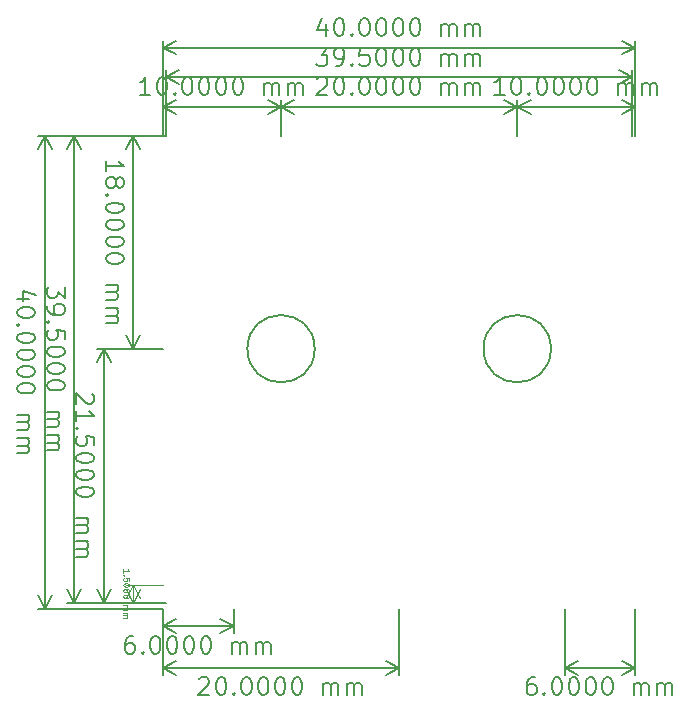
<source format=gbr>
%TF.GenerationSoftware,KiCad,Pcbnew,5.99.0-unknown-652a59b78~104~ubuntu20.04.1*%
%TF.CreationDate,2020-09-21T15:47:38+02:00*%
%TF.ProjectId,LEDBoard_4x4_16bit,4c454442-6f61-4726-945f-3478345f3136,4.0.0*%
%TF.SameCoordinates,Original*%
%TF.FileFunction,Other,Comment*%
%FSLAX46Y46*%
G04 Gerber Fmt 4.6, Leading zero omitted, Abs format (unit mm)*
G04 Created by KiCad (PCBNEW 5.99.0-unknown-652a59b78~104~ubuntu20.04.1) date 2020-09-21 15:47:38*
%MOMM*%
%LPD*%
G01*
G04 APERTURE LIST*
%ADD10C,0.150000*%
%ADD11C,0.125000*%
G04 APERTURE END LIST*
D10*
X78928571Y-46528571D02*
X78071428Y-46528571D01*
X78500000Y-46528571D02*
X78500000Y-45028571D01*
X78357142Y-45242857D01*
X78214285Y-45385714D01*
X78071428Y-45457142D01*
X79857142Y-45028571D02*
X80000000Y-45028571D01*
X80142857Y-45100000D01*
X80214285Y-45171428D01*
X80285714Y-45314285D01*
X80357142Y-45600000D01*
X80357142Y-45957142D01*
X80285714Y-46242857D01*
X80214285Y-46385714D01*
X80142857Y-46457142D01*
X80000000Y-46528571D01*
X79857142Y-46528571D01*
X79714285Y-46457142D01*
X79642857Y-46385714D01*
X79571428Y-46242857D01*
X79500000Y-45957142D01*
X79500000Y-45600000D01*
X79571428Y-45314285D01*
X79642857Y-45171428D01*
X79714285Y-45100000D01*
X79857142Y-45028571D01*
X81000000Y-46385714D02*
X81071428Y-46457142D01*
X81000000Y-46528571D01*
X80928571Y-46457142D01*
X81000000Y-46385714D01*
X81000000Y-46528571D01*
X82000000Y-45028571D02*
X82142857Y-45028571D01*
X82285714Y-45100000D01*
X82357142Y-45171428D01*
X82428571Y-45314285D01*
X82500000Y-45600000D01*
X82500000Y-45957142D01*
X82428571Y-46242857D01*
X82357142Y-46385714D01*
X82285714Y-46457142D01*
X82142857Y-46528571D01*
X82000000Y-46528571D01*
X81857142Y-46457142D01*
X81785714Y-46385714D01*
X81714285Y-46242857D01*
X81642857Y-45957142D01*
X81642857Y-45600000D01*
X81714285Y-45314285D01*
X81785714Y-45171428D01*
X81857142Y-45100000D01*
X82000000Y-45028571D01*
X83428571Y-45028571D02*
X83571428Y-45028571D01*
X83714285Y-45100000D01*
X83785714Y-45171428D01*
X83857142Y-45314285D01*
X83928571Y-45600000D01*
X83928571Y-45957142D01*
X83857142Y-46242857D01*
X83785714Y-46385714D01*
X83714285Y-46457142D01*
X83571428Y-46528571D01*
X83428571Y-46528571D01*
X83285714Y-46457142D01*
X83214285Y-46385714D01*
X83142857Y-46242857D01*
X83071428Y-45957142D01*
X83071428Y-45600000D01*
X83142857Y-45314285D01*
X83214285Y-45171428D01*
X83285714Y-45100000D01*
X83428571Y-45028571D01*
X84857142Y-45028571D02*
X85000000Y-45028571D01*
X85142857Y-45100000D01*
X85214285Y-45171428D01*
X85285714Y-45314285D01*
X85357142Y-45600000D01*
X85357142Y-45957142D01*
X85285714Y-46242857D01*
X85214285Y-46385714D01*
X85142857Y-46457142D01*
X85000000Y-46528571D01*
X84857142Y-46528571D01*
X84714285Y-46457142D01*
X84642857Y-46385714D01*
X84571428Y-46242857D01*
X84500000Y-45957142D01*
X84500000Y-45600000D01*
X84571428Y-45314285D01*
X84642857Y-45171428D01*
X84714285Y-45100000D01*
X84857142Y-45028571D01*
X86285714Y-45028571D02*
X86428571Y-45028571D01*
X86571428Y-45100000D01*
X86642857Y-45171428D01*
X86714285Y-45314285D01*
X86785714Y-45600000D01*
X86785714Y-45957142D01*
X86714285Y-46242857D01*
X86642857Y-46385714D01*
X86571428Y-46457142D01*
X86428571Y-46528571D01*
X86285714Y-46528571D01*
X86142857Y-46457142D01*
X86071428Y-46385714D01*
X86000000Y-46242857D01*
X85928571Y-45957142D01*
X85928571Y-45600000D01*
X86000000Y-45314285D01*
X86071428Y-45171428D01*
X86142857Y-45100000D01*
X86285714Y-45028571D01*
X88571428Y-46528571D02*
X88571428Y-45528571D01*
X88571428Y-45671428D02*
X88642857Y-45600000D01*
X88785714Y-45528571D01*
X89000000Y-45528571D01*
X89142857Y-45600000D01*
X89214285Y-45742857D01*
X89214285Y-46528571D01*
X89214285Y-45742857D02*
X89285714Y-45600000D01*
X89428571Y-45528571D01*
X89642857Y-45528571D01*
X89785714Y-45600000D01*
X89857142Y-45742857D01*
X89857142Y-46528571D01*
X90571428Y-46528571D02*
X90571428Y-45528571D01*
X90571428Y-45671428D02*
X90642857Y-45600000D01*
X90785714Y-45528571D01*
X91000000Y-45528571D01*
X91142857Y-45600000D01*
X91214285Y-45742857D01*
X91214285Y-46528571D01*
X91214285Y-45742857D02*
X91285714Y-45600000D01*
X91428571Y-45528571D01*
X91642857Y-45528571D01*
X91785714Y-45600000D01*
X91857142Y-45742857D01*
X91857142Y-46528571D01*
X90000000Y-50000000D02*
X90000000Y-46913580D01*
X80000000Y-50000000D02*
X80000000Y-46913580D01*
X90000000Y-47500000D02*
X80000000Y-47500000D01*
X90000000Y-47500000D02*
X80000000Y-47500000D01*
X90000000Y-47500000D02*
X88873497Y-46913580D01*
X90000000Y-47500000D02*
X88873497Y-48086420D01*
X80000000Y-47500000D02*
X81126503Y-48086420D01*
X80000000Y-47500000D02*
X81126503Y-46913580D01*
D11*
X46648809Y-86964285D02*
X46648809Y-86678571D01*
X46648809Y-86821428D02*
X47148809Y-86821428D01*
X47077380Y-86773809D01*
X47029761Y-86726190D01*
X47005952Y-86678571D01*
X46696428Y-87178571D02*
X46672619Y-87202380D01*
X46648809Y-87178571D01*
X46672619Y-87154761D01*
X46696428Y-87178571D01*
X46648809Y-87178571D01*
X47148809Y-87654761D02*
X47148809Y-87416666D01*
X46910714Y-87392857D01*
X46934523Y-87416666D01*
X46958333Y-87464285D01*
X46958333Y-87583333D01*
X46934523Y-87630952D01*
X46910714Y-87654761D01*
X46863095Y-87678571D01*
X46744047Y-87678571D01*
X46696428Y-87654761D01*
X46672619Y-87630952D01*
X46648809Y-87583333D01*
X46648809Y-87464285D01*
X46672619Y-87416666D01*
X46696428Y-87392857D01*
X47148809Y-87988095D02*
X47148809Y-88035714D01*
X47125000Y-88083333D01*
X47101190Y-88107142D01*
X47053571Y-88130952D01*
X46958333Y-88154761D01*
X46839285Y-88154761D01*
X46744047Y-88130952D01*
X46696428Y-88107142D01*
X46672619Y-88083333D01*
X46648809Y-88035714D01*
X46648809Y-87988095D01*
X46672619Y-87940476D01*
X46696428Y-87916666D01*
X46744047Y-87892857D01*
X46839285Y-87869047D01*
X46958333Y-87869047D01*
X47053571Y-87892857D01*
X47101190Y-87916666D01*
X47125000Y-87940476D01*
X47148809Y-87988095D01*
X47148809Y-88464285D02*
X47148809Y-88511904D01*
X47125000Y-88559523D01*
X47101190Y-88583333D01*
X47053571Y-88607142D01*
X46958333Y-88630952D01*
X46839285Y-88630952D01*
X46744047Y-88607142D01*
X46696428Y-88583333D01*
X46672619Y-88559523D01*
X46648809Y-88511904D01*
X46648809Y-88464285D01*
X46672619Y-88416666D01*
X46696428Y-88392857D01*
X46744047Y-88369047D01*
X46839285Y-88345238D01*
X46958333Y-88345238D01*
X47053571Y-88369047D01*
X47101190Y-88392857D01*
X47125000Y-88416666D01*
X47148809Y-88464285D01*
X47148809Y-88940476D02*
X47148809Y-88988095D01*
X47125000Y-89035714D01*
X47101190Y-89059523D01*
X47053571Y-89083333D01*
X46958333Y-89107142D01*
X46839285Y-89107142D01*
X46744047Y-89083333D01*
X46696428Y-89059523D01*
X46672619Y-89035714D01*
X46648809Y-88988095D01*
X46648809Y-88940476D01*
X46672619Y-88892857D01*
X46696428Y-88869047D01*
X46744047Y-88845238D01*
X46839285Y-88821428D01*
X46958333Y-88821428D01*
X47053571Y-88845238D01*
X47101190Y-88869047D01*
X47125000Y-88892857D01*
X47148809Y-88940476D01*
X46648809Y-89702380D02*
X46982142Y-89702380D01*
X46934523Y-89702380D02*
X46958333Y-89726190D01*
X46982142Y-89773809D01*
X46982142Y-89845238D01*
X46958333Y-89892857D01*
X46910714Y-89916666D01*
X46648809Y-89916666D01*
X46910714Y-89916666D02*
X46958333Y-89940476D01*
X46982142Y-89988095D01*
X46982142Y-90059523D01*
X46958333Y-90107142D01*
X46910714Y-90130952D01*
X46648809Y-90130952D01*
X46648809Y-90369047D02*
X46982142Y-90369047D01*
X46934523Y-90369047D02*
X46958333Y-90392857D01*
X46982142Y-90440476D01*
X46982142Y-90511904D01*
X46958333Y-90559523D01*
X46910714Y-90583333D01*
X46648809Y-90583333D01*
X46910714Y-90583333D02*
X46958333Y-90607142D01*
X46982142Y-90654761D01*
X46982142Y-90726190D01*
X46958333Y-90773809D01*
X46910714Y-90797619D01*
X46648809Y-90797619D01*
X50000000Y-88000000D02*
X46913580Y-88000000D01*
X50000000Y-89500000D02*
X46913580Y-89500000D01*
X47500000Y-88000000D02*
X47500000Y-89500000D01*
X47500000Y-88000000D02*
X47500000Y-89500000D01*
X47500000Y-88000000D02*
X46913580Y-89126503D01*
X47500000Y-88000000D02*
X48086420Y-89126503D01*
X47500000Y-89500000D02*
X48086420Y-88373497D01*
X47500000Y-89500000D02*
X46913580Y-88373497D01*
D10*
X63000000Y-42528571D02*
X63928571Y-42528571D01*
X63428571Y-43100000D01*
X63642857Y-43100000D01*
X63785714Y-43171428D01*
X63857142Y-43242857D01*
X63928571Y-43385714D01*
X63928571Y-43742857D01*
X63857142Y-43885714D01*
X63785714Y-43957142D01*
X63642857Y-44028571D01*
X63214285Y-44028571D01*
X63071428Y-43957142D01*
X63000000Y-43885714D01*
X64642857Y-44028571D02*
X64928571Y-44028571D01*
X65071428Y-43957142D01*
X65142857Y-43885714D01*
X65285714Y-43671428D01*
X65357142Y-43385714D01*
X65357142Y-42814285D01*
X65285714Y-42671428D01*
X65214285Y-42600000D01*
X65071428Y-42528571D01*
X64785714Y-42528571D01*
X64642857Y-42600000D01*
X64571428Y-42671428D01*
X64500000Y-42814285D01*
X64500000Y-43171428D01*
X64571428Y-43314285D01*
X64642857Y-43385714D01*
X64785714Y-43457142D01*
X65071428Y-43457142D01*
X65214285Y-43385714D01*
X65285714Y-43314285D01*
X65357142Y-43171428D01*
X66000000Y-43885714D02*
X66071428Y-43957142D01*
X66000000Y-44028571D01*
X65928571Y-43957142D01*
X66000000Y-43885714D01*
X66000000Y-44028571D01*
X67428571Y-42528571D02*
X66714285Y-42528571D01*
X66642857Y-43242857D01*
X66714285Y-43171428D01*
X66857142Y-43100000D01*
X67214285Y-43100000D01*
X67357142Y-43171428D01*
X67428571Y-43242857D01*
X67500000Y-43385714D01*
X67500000Y-43742857D01*
X67428571Y-43885714D01*
X67357142Y-43957142D01*
X67214285Y-44028571D01*
X66857142Y-44028571D01*
X66714285Y-43957142D01*
X66642857Y-43885714D01*
X68428571Y-42528571D02*
X68571428Y-42528571D01*
X68714285Y-42600000D01*
X68785714Y-42671428D01*
X68857142Y-42814285D01*
X68928571Y-43100000D01*
X68928571Y-43457142D01*
X68857142Y-43742857D01*
X68785714Y-43885714D01*
X68714285Y-43957142D01*
X68571428Y-44028571D01*
X68428571Y-44028571D01*
X68285714Y-43957142D01*
X68214285Y-43885714D01*
X68142857Y-43742857D01*
X68071428Y-43457142D01*
X68071428Y-43100000D01*
X68142857Y-42814285D01*
X68214285Y-42671428D01*
X68285714Y-42600000D01*
X68428571Y-42528571D01*
X69857142Y-42528571D02*
X70000000Y-42528571D01*
X70142857Y-42600000D01*
X70214285Y-42671428D01*
X70285714Y-42814285D01*
X70357142Y-43100000D01*
X70357142Y-43457142D01*
X70285714Y-43742857D01*
X70214285Y-43885714D01*
X70142857Y-43957142D01*
X70000000Y-44028571D01*
X69857142Y-44028571D01*
X69714285Y-43957142D01*
X69642857Y-43885714D01*
X69571428Y-43742857D01*
X69500000Y-43457142D01*
X69500000Y-43100000D01*
X69571428Y-42814285D01*
X69642857Y-42671428D01*
X69714285Y-42600000D01*
X69857142Y-42528571D01*
X71285714Y-42528571D02*
X71428571Y-42528571D01*
X71571428Y-42600000D01*
X71642857Y-42671428D01*
X71714285Y-42814285D01*
X71785714Y-43100000D01*
X71785714Y-43457142D01*
X71714285Y-43742857D01*
X71642857Y-43885714D01*
X71571428Y-43957142D01*
X71428571Y-44028571D01*
X71285714Y-44028571D01*
X71142857Y-43957142D01*
X71071428Y-43885714D01*
X71000000Y-43742857D01*
X70928571Y-43457142D01*
X70928571Y-43100000D01*
X71000000Y-42814285D01*
X71071428Y-42671428D01*
X71142857Y-42600000D01*
X71285714Y-42528571D01*
X73571428Y-44028571D02*
X73571428Y-43028571D01*
X73571428Y-43171428D02*
X73642857Y-43100000D01*
X73785714Y-43028571D01*
X74000000Y-43028571D01*
X74142857Y-43100000D01*
X74214285Y-43242857D01*
X74214285Y-44028571D01*
X74214285Y-43242857D02*
X74285714Y-43100000D01*
X74428571Y-43028571D01*
X74642857Y-43028571D01*
X74785714Y-43100000D01*
X74857142Y-43242857D01*
X74857142Y-44028571D01*
X75571428Y-44028571D02*
X75571428Y-43028571D01*
X75571428Y-43171428D02*
X75642857Y-43100000D01*
X75785714Y-43028571D01*
X76000000Y-43028571D01*
X76142857Y-43100000D01*
X76214285Y-43242857D01*
X76214285Y-44028571D01*
X76214285Y-43242857D02*
X76285714Y-43100000D01*
X76428571Y-43028571D01*
X76642857Y-43028571D01*
X76785714Y-43100000D01*
X76857142Y-43242857D01*
X76857142Y-44028571D01*
X89750000Y-50000000D02*
X89750000Y-44413580D01*
X50250000Y-50000000D02*
X50250000Y-44413580D01*
X89750000Y-45000000D02*
X50250000Y-45000000D01*
X89750000Y-45000000D02*
X50250000Y-45000000D01*
X89750000Y-45000000D02*
X88623497Y-44413580D01*
X89750000Y-45000000D02*
X88623497Y-45586420D01*
X50250000Y-45000000D02*
X51376503Y-45586420D01*
X50250000Y-45000000D02*
X51376503Y-44413580D01*
X53071428Y-95971428D02*
X53142857Y-95900000D01*
X53285714Y-95828571D01*
X53642857Y-95828571D01*
X53785714Y-95900000D01*
X53857142Y-95971428D01*
X53928571Y-96114285D01*
X53928571Y-96257142D01*
X53857142Y-96471428D01*
X53000000Y-97328571D01*
X53928571Y-97328571D01*
X54857142Y-95828571D02*
X55000000Y-95828571D01*
X55142857Y-95900000D01*
X55214285Y-95971428D01*
X55285714Y-96114285D01*
X55357142Y-96400000D01*
X55357142Y-96757142D01*
X55285714Y-97042857D01*
X55214285Y-97185714D01*
X55142857Y-97257142D01*
X55000000Y-97328571D01*
X54857142Y-97328571D01*
X54714285Y-97257142D01*
X54642857Y-97185714D01*
X54571428Y-97042857D01*
X54500000Y-96757142D01*
X54500000Y-96400000D01*
X54571428Y-96114285D01*
X54642857Y-95971428D01*
X54714285Y-95900000D01*
X54857142Y-95828571D01*
X56000000Y-97185714D02*
X56071428Y-97257142D01*
X56000000Y-97328571D01*
X55928571Y-97257142D01*
X56000000Y-97185714D01*
X56000000Y-97328571D01*
X57000000Y-95828571D02*
X57142857Y-95828571D01*
X57285714Y-95900000D01*
X57357142Y-95971428D01*
X57428571Y-96114285D01*
X57500000Y-96400000D01*
X57500000Y-96757142D01*
X57428571Y-97042857D01*
X57357142Y-97185714D01*
X57285714Y-97257142D01*
X57142857Y-97328571D01*
X57000000Y-97328571D01*
X56857142Y-97257142D01*
X56785714Y-97185714D01*
X56714285Y-97042857D01*
X56642857Y-96757142D01*
X56642857Y-96400000D01*
X56714285Y-96114285D01*
X56785714Y-95971428D01*
X56857142Y-95900000D01*
X57000000Y-95828571D01*
X58428571Y-95828571D02*
X58571428Y-95828571D01*
X58714285Y-95900000D01*
X58785714Y-95971428D01*
X58857142Y-96114285D01*
X58928571Y-96400000D01*
X58928571Y-96757142D01*
X58857142Y-97042857D01*
X58785714Y-97185714D01*
X58714285Y-97257142D01*
X58571428Y-97328571D01*
X58428571Y-97328571D01*
X58285714Y-97257142D01*
X58214285Y-97185714D01*
X58142857Y-97042857D01*
X58071428Y-96757142D01*
X58071428Y-96400000D01*
X58142857Y-96114285D01*
X58214285Y-95971428D01*
X58285714Y-95900000D01*
X58428571Y-95828571D01*
X59857142Y-95828571D02*
X60000000Y-95828571D01*
X60142857Y-95900000D01*
X60214285Y-95971428D01*
X60285714Y-96114285D01*
X60357142Y-96400000D01*
X60357142Y-96757142D01*
X60285714Y-97042857D01*
X60214285Y-97185714D01*
X60142857Y-97257142D01*
X60000000Y-97328571D01*
X59857142Y-97328571D01*
X59714285Y-97257142D01*
X59642857Y-97185714D01*
X59571428Y-97042857D01*
X59500000Y-96757142D01*
X59500000Y-96400000D01*
X59571428Y-96114285D01*
X59642857Y-95971428D01*
X59714285Y-95900000D01*
X59857142Y-95828571D01*
X61285714Y-95828571D02*
X61428571Y-95828571D01*
X61571428Y-95900000D01*
X61642857Y-95971428D01*
X61714285Y-96114285D01*
X61785714Y-96400000D01*
X61785714Y-96757142D01*
X61714285Y-97042857D01*
X61642857Y-97185714D01*
X61571428Y-97257142D01*
X61428571Y-97328571D01*
X61285714Y-97328571D01*
X61142857Y-97257142D01*
X61071428Y-97185714D01*
X61000000Y-97042857D01*
X60928571Y-96757142D01*
X60928571Y-96400000D01*
X61000000Y-96114285D01*
X61071428Y-95971428D01*
X61142857Y-95900000D01*
X61285714Y-95828571D01*
X63571428Y-97328571D02*
X63571428Y-96328571D01*
X63571428Y-96471428D02*
X63642857Y-96400000D01*
X63785714Y-96328571D01*
X63999999Y-96328571D01*
X64142857Y-96400000D01*
X64214285Y-96542857D01*
X64214285Y-97328571D01*
X64214285Y-96542857D02*
X64285714Y-96400000D01*
X64428571Y-96328571D01*
X64642857Y-96328571D01*
X64785714Y-96400000D01*
X64857142Y-96542857D01*
X64857142Y-97328571D01*
X65571428Y-97328571D02*
X65571428Y-96328571D01*
X65571428Y-96471428D02*
X65642857Y-96400000D01*
X65785714Y-96328571D01*
X65999999Y-96328571D01*
X66142857Y-96400000D01*
X66214285Y-96542857D01*
X66214285Y-97328571D01*
X66214285Y-96542857D02*
X66285714Y-96400000D01*
X66428571Y-96328571D01*
X66642857Y-96328571D01*
X66785714Y-96400000D01*
X66857142Y-96542857D01*
X66857142Y-97328571D01*
X70000000Y-90000000D02*
X70000000Y-95586420D01*
X50000000Y-90000000D02*
X50000000Y-95586420D01*
X70000000Y-95000000D02*
X50000000Y-95000000D01*
X70000000Y-95000000D02*
X50000000Y-95000000D01*
X70000000Y-95000000D02*
X68873497Y-94413580D01*
X70000000Y-95000000D02*
X68873497Y-95586420D01*
X50000000Y-95000000D02*
X51126503Y-95586420D01*
X50000000Y-95000000D02*
X51126503Y-94413580D01*
X81500000Y-95828571D02*
X81214285Y-95828571D01*
X81071428Y-95900000D01*
X81000000Y-95971428D01*
X80857142Y-96185714D01*
X80785714Y-96471428D01*
X80785714Y-97042857D01*
X80857142Y-97185714D01*
X80928571Y-97257142D01*
X81071428Y-97328571D01*
X81357142Y-97328571D01*
X81500000Y-97257142D01*
X81571428Y-97185714D01*
X81642857Y-97042857D01*
X81642857Y-96685714D01*
X81571428Y-96542857D01*
X81500000Y-96471428D01*
X81357142Y-96400000D01*
X81071428Y-96400000D01*
X80928571Y-96471428D01*
X80857142Y-96542857D01*
X80785714Y-96685714D01*
X82285714Y-97185714D02*
X82357142Y-97257142D01*
X82285714Y-97328571D01*
X82214285Y-97257142D01*
X82285714Y-97185714D01*
X82285714Y-97328571D01*
X83285714Y-95828571D02*
X83428571Y-95828571D01*
X83571428Y-95900000D01*
X83642857Y-95971428D01*
X83714285Y-96114285D01*
X83785714Y-96400000D01*
X83785714Y-96757142D01*
X83714285Y-97042857D01*
X83642857Y-97185714D01*
X83571428Y-97257142D01*
X83428571Y-97328571D01*
X83285714Y-97328571D01*
X83142857Y-97257142D01*
X83071428Y-97185714D01*
X83000000Y-97042857D01*
X82928571Y-96757142D01*
X82928571Y-96400000D01*
X83000000Y-96114285D01*
X83071428Y-95971428D01*
X83142857Y-95900000D01*
X83285714Y-95828571D01*
X84714285Y-95828571D02*
X84857142Y-95828571D01*
X85000000Y-95900000D01*
X85071428Y-95971428D01*
X85142857Y-96114285D01*
X85214285Y-96400000D01*
X85214285Y-96757142D01*
X85142857Y-97042857D01*
X85071428Y-97185714D01*
X85000000Y-97257142D01*
X84857142Y-97328571D01*
X84714285Y-97328571D01*
X84571428Y-97257142D01*
X84500000Y-97185714D01*
X84428571Y-97042857D01*
X84357142Y-96757142D01*
X84357142Y-96400000D01*
X84428571Y-96114285D01*
X84500000Y-95971428D01*
X84571428Y-95900000D01*
X84714285Y-95828571D01*
X86142857Y-95828571D02*
X86285714Y-95828571D01*
X86428571Y-95900000D01*
X86500000Y-95971428D01*
X86571428Y-96114285D01*
X86642857Y-96400000D01*
X86642857Y-96757142D01*
X86571428Y-97042857D01*
X86500000Y-97185714D01*
X86428571Y-97257142D01*
X86285714Y-97328571D01*
X86142857Y-97328571D01*
X86000000Y-97257142D01*
X85928571Y-97185714D01*
X85857142Y-97042857D01*
X85785714Y-96757142D01*
X85785714Y-96400000D01*
X85857142Y-96114285D01*
X85928571Y-95971428D01*
X86000000Y-95900000D01*
X86142857Y-95828571D01*
X87571428Y-95828571D02*
X87714285Y-95828571D01*
X87857142Y-95900000D01*
X87928571Y-95971428D01*
X88000000Y-96114285D01*
X88071428Y-96400000D01*
X88071428Y-96757142D01*
X88000000Y-97042857D01*
X87928571Y-97185714D01*
X87857142Y-97257142D01*
X87714285Y-97328571D01*
X87571428Y-97328571D01*
X87428571Y-97257142D01*
X87357142Y-97185714D01*
X87285714Y-97042857D01*
X87214285Y-96757142D01*
X87214285Y-96400000D01*
X87285714Y-96114285D01*
X87357142Y-95971428D01*
X87428571Y-95900000D01*
X87571428Y-95828571D01*
X89857142Y-97328571D02*
X89857142Y-96328571D01*
X89857142Y-96471428D02*
X89928571Y-96400000D01*
X90071428Y-96328571D01*
X90285714Y-96328571D01*
X90428571Y-96400000D01*
X90500000Y-96542857D01*
X90500000Y-97328571D01*
X90500000Y-96542857D02*
X90571428Y-96400000D01*
X90714285Y-96328571D01*
X90928571Y-96328571D01*
X91071428Y-96400000D01*
X91142857Y-96542857D01*
X91142857Y-97328571D01*
X91857142Y-97328571D02*
X91857142Y-96328571D01*
X91857142Y-96471428D02*
X91928571Y-96400000D01*
X92071428Y-96328571D01*
X92285714Y-96328571D01*
X92428571Y-96400000D01*
X92500000Y-96542857D01*
X92500000Y-97328571D01*
X92500000Y-96542857D02*
X92571428Y-96400000D01*
X92714285Y-96328571D01*
X92928571Y-96328571D01*
X93071428Y-96400000D01*
X93142857Y-96542857D01*
X93142857Y-97328571D01*
X90000000Y-90000000D02*
X90000000Y-95586420D01*
X84000000Y-90000000D02*
X84000000Y-95586420D01*
X90000000Y-95000000D02*
X84000000Y-95000000D01*
X90000000Y-95000000D02*
X84000000Y-95000000D01*
X90000000Y-95000000D02*
X88873497Y-94413580D01*
X90000000Y-95000000D02*
X88873497Y-95586420D01*
X84000000Y-95000000D02*
X85126503Y-95586420D01*
X84000000Y-95000000D02*
X85126503Y-94413580D01*
X38671428Y-63785714D02*
X37671428Y-63785714D01*
X39242857Y-63428571D02*
X38171428Y-63071428D01*
X38171428Y-64000000D01*
X39171428Y-64857142D02*
X39171428Y-65000000D01*
X39100000Y-65142857D01*
X39028571Y-65214285D01*
X38885714Y-65285714D01*
X38600000Y-65357142D01*
X38242857Y-65357142D01*
X37957142Y-65285714D01*
X37814285Y-65214285D01*
X37742857Y-65142857D01*
X37671428Y-65000000D01*
X37671428Y-64857142D01*
X37742857Y-64714285D01*
X37814285Y-64642857D01*
X37957142Y-64571428D01*
X38242857Y-64500000D01*
X38600000Y-64500000D01*
X38885714Y-64571428D01*
X39028571Y-64642857D01*
X39100000Y-64714285D01*
X39171428Y-64857142D01*
X37814285Y-66000000D02*
X37742857Y-66071428D01*
X37671428Y-66000000D01*
X37742857Y-65928571D01*
X37814285Y-66000000D01*
X37671428Y-66000000D01*
X39171428Y-67000000D02*
X39171428Y-67142857D01*
X39100000Y-67285714D01*
X39028571Y-67357142D01*
X38885714Y-67428571D01*
X38600000Y-67500000D01*
X38242857Y-67500000D01*
X37957142Y-67428571D01*
X37814285Y-67357142D01*
X37742857Y-67285714D01*
X37671428Y-67142857D01*
X37671428Y-67000000D01*
X37742857Y-66857142D01*
X37814285Y-66785714D01*
X37957142Y-66714285D01*
X38242857Y-66642857D01*
X38600000Y-66642857D01*
X38885714Y-66714285D01*
X39028571Y-66785714D01*
X39100000Y-66857142D01*
X39171428Y-67000000D01*
X39171428Y-68428571D02*
X39171428Y-68571428D01*
X39100000Y-68714285D01*
X39028571Y-68785714D01*
X38885714Y-68857142D01*
X38600000Y-68928571D01*
X38242857Y-68928571D01*
X37957142Y-68857142D01*
X37814285Y-68785714D01*
X37742857Y-68714285D01*
X37671428Y-68571428D01*
X37671428Y-68428571D01*
X37742857Y-68285714D01*
X37814285Y-68214285D01*
X37957142Y-68142857D01*
X38242857Y-68071428D01*
X38600000Y-68071428D01*
X38885714Y-68142857D01*
X39028571Y-68214285D01*
X39100000Y-68285714D01*
X39171428Y-68428571D01*
X39171428Y-69857142D02*
X39171428Y-70000000D01*
X39100000Y-70142857D01*
X39028571Y-70214285D01*
X38885714Y-70285714D01*
X38600000Y-70357142D01*
X38242857Y-70357142D01*
X37957142Y-70285714D01*
X37814285Y-70214285D01*
X37742857Y-70142857D01*
X37671428Y-70000000D01*
X37671428Y-69857142D01*
X37742857Y-69714285D01*
X37814285Y-69642857D01*
X37957142Y-69571428D01*
X38242857Y-69500000D01*
X38600000Y-69500000D01*
X38885714Y-69571428D01*
X39028571Y-69642857D01*
X39100000Y-69714285D01*
X39171428Y-69857142D01*
X39171428Y-71285714D02*
X39171428Y-71428571D01*
X39100000Y-71571428D01*
X39028571Y-71642857D01*
X38885714Y-71714285D01*
X38600000Y-71785714D01*
X38242857Y-71785714D01*
X37957142Y-71714285D01*
X37814285Y-71642857D01*
X37742857Y-71571428D01*
X37671428Y-71428571D01*
X37671428Y-71285714D01*
X37742857Y-71142857D01*
X37814285Y-71071428D01*
X37957142Y-71000000D01*
X38242857Y-70928571D01*
X38600000Y-70928571D01*
X38885714Y-71000000D01*
X39028571Y-71071428D01*
X39100000Y-71142857D01*
X39171428Y-71285714D01*
X37671428Y-73571428D02*
X38671428Y-73571428D01*
X38528571Y-73571428D02*
X38600000Y-73642857D01*
X38671428Y-73785714D01*
X38671428Y-74000000D01*
X38600000Y-74142857D01*
X38457142Y-74214285D01*
X37671428Y-74214285D01*
X38457142Y-74214285D02*
X38600000Y-74285714D01*
X38671428Y-74428571D01*
X38671428Y-74642857D01*
X38600000Y-74785714D01*
X38457142Y-74857142D01*
X37671428Y-74857142D01*
X37671428Y-75571428D02*
X38671428Y-75571428D01*
X38528571Y-75571428D02*
X38600000Y-75642857D01*
X38671428Y-75785714D01*
X38671428Y-76000000D01*
X38600000Y-76142857D01*
X38457142Y-76214285D01*
X37671428Y-76214285D01*
X38457142Y-76214285D02*
X38600000Y-76285714D01*
X38671428Y-76428571D01*
X38671428Y-76642857D01*
X38600000Y-76785714D01*
X38457142Y-76857142D01*
X37671428Y-76857142D01*
X50000000Y-50000000D02*
X39413580Y-50000000D01*
X50000000Y-90000000D02*
X39413580Y-90000000D01*
X40000000Y-50000000D02*
X40000000Y-90000000D01*
X40000000Y-50000000D02*
X40000000Y-90000000D01*
X40000000Y-50000000D02*
X39413580Y-51126503D01*
X40000000Y-50000000D02*
X40586420Y-51126503D01*
X40000000Y-90000000D02*
X40586420Y-88873497D01*
X40000000Y-90000000D02*
X39413580Y-88873497D01*
X41671428Y-62750000D02*
X41671428Y-63678571D01*
X41100000Y-63178571D01*
X41100000Y-63392857D01*
X41028571Y-63535714D01*
X40957142Y-63607142D01*
X40814285Y-63678571D01*
X40457142Y-63678571D01*
X40314285Y-63607142D01*
X40242857Y-63535714D01*
X40171428Y-63392857D01*
X40171428Y-62964285D01*
X40242857Y-62821428D01*
X40314285Y-62750000D01*
X40171428Y-64392857D02*
X40171428Y-64678571D01*
X40242857Y-64821428D01*
X40314285Y-64892857D01*
X40528571Y-65035714D01*
X40814285Y-65107142D01*
X41385714Y-65107142D01*
X41528571Y-65035714D01*
X41600000Y-64964285D01*
X41671428Y-64821428D01*
X41671428Y-64535714D01*
X41600000Y-64392857D01*
X41528571Y-64321428D01*
X41385714Y-64250000D01*
X41028571Y-64250000D01*
X40885714Y-64321428D01*
X40814285Y-64392857D01*
X40742857Y-64535714D01*
X40742857Y-64821428D01*
X40814285Y-64964285D01*
X40885714Y-65035714D01*
X41028571Y-65107142D01*
X40314285Y-65750000D02*
X40242857Y-65821428D01*
X40171428Y-65750000D01*
X40242857Y-65678571D01*
X40314285Y-65750000D01*
X40171428Y-65750000D01*
X41671428Y-67178571D02*
X41671428Y-66464285D01*
X40957142Y-66392857D01*
X41028571Y-66464285D01*
X41100000Y-66607142D01*
X41100000Y-66964285D01*
X41028571Y-67107142D01*
X40957142Y-67178571D01*
X40814285Y-67250000D01*
X40457142Y-67250000D01*
X40314285Y-67178571D01*
X40242857Y-67107142D01*
X40171428Y-66964285D01*
X40171428Y-66607142D01*
X40242857Y-66464285D01*
X40314285Y-66392857D01*
X41671428Y-68178571D02*
X41671428Y-68321428D01*
X41600000Y-68464285D01*
X41528571Y-68535714D01*
X41385714Y-68607142D01*
X41100000Y-68678571D01*
X40742857Y-68678571D01*
X40457142Y-68607142D01*
X40314285Y-68535714D01*
X40242857Y-68464285D01*
X40171428Y-68321428D01*
X40171428Y-68178571D01*
X40242857Y-68035714D01*
X40314285Y-67964285D01*
X40457142Y-67892857D01*
X40742857Y-67821428D01*
X41100000Y-67821428D01*
X41385714Y-67892857D01*
X41528571Y-67964285D01*
X41600000Y-68035714D01*
X41671428Y-68178571D01*
X41671428Y-69607142D02*
X41671428Y-69750000D01*
X41600000Y-69892857D01*
X41528571Y-69964285D01*
X41385714Y-70035714D01*
X41100000Y-70107142D01*
X40742857Y-70107142D01*
X40457142Y-70035714D01*
X40314285Y-69964285D01*
X40242857Y-69892857D01*
X40171428Y-69750000D01*
X40171428Y-69607142D01*
X40242857Y-69464285D01*
X40314285Y-69392857D01*
X40457142Y-69321428D01*
X40742857Y-69250000D01*
X41100000Y-69250000D01*
X41385714Y-69321428D01*
X41528571Y-69392857D01*
X41600000Y-69464285D01*
X41671428Y-69607142D01*
X41671428Y-71035714D02*
X41671428Y-71178571D01*
X41600000Y-71321428D01*
X41528571Y-71392857D01*
X41385714Y-71464285D01*
X41100000Y-71535714D01*
X40742857Y-71535714D01*
X40457142Y-71464285D01*
X40314285Y-71392857D01*
X40242857Y-71321428D01*
X40171428Y-71178571D01*
X40171428Y-71035714D01*
X40242857Y-70892857D01*
X40314285Y-70821428D01*
X40457142Y-70750000D01*
X40742857Y-70678571D01*
X41100000Y-70678571D01*
X41385714Y-70750000D01*
X41528571Y-70821428D01*
X41600000Y-70892857D01*
X41671428Y-71035714D01*
X40171428Y-73321428D02*
X41171428Y-73321428D01*
X41028571Y-73321428D02*
X41100000Y-73392857D01*
X41171428Y-73535714D01*
X41171428Y-73750000D01*
X41100000Y-73892857D01*
X40957142Y-73964285D01*
X40171428Y-73964285D01*
X40957142Y-73964285D02*
X41100000Y-74035714D01*
X41171428Y-74178571D01*
X41171428Y-74392857D01*
X41100000Y-74535714D01*
X40957142Y-74607142D01*
X40171428Y-74607142D01*
X40171428Y-75321428D02*
X41171428Y-75321428D01*
X41028571Y-75321428D02*
X41100000Y-75392857D01*
X41171428Y-75535714D01*
X41171428Y-75750000D01*
X41100000Y-75892857D01*
X40957142Y-75964285D01*
X40171428Y-75964285D01*
X40957142Y-75964285D02*
X41100000Y-76035714D01*
X41171428Y-76178571D01*
X41171428Y-76392857D01*
X41100000Y-76535714D01*
X40957142Y-76607142D01*
X40171428Y-76607142D01*
X50250000Y-50000000D02*
X41913580Y-50000000D01*
X50250000Y-89500000D02*
X41913580Y-89500000D01*
X42500000Y-50000000D02*
X42500000Y-89500000D01*
X42500000Y-50000000D02*
X42500000Y-89500000D01*
X42500000Y-50000000D02*
X41913580Y-51126503D01*
X42500000Y-50000000D02*
X43086420Y-51126503D01*
X42500000Y-89500000D02*
X43086420Y-88373497D01*
X42500000Y-89500000D02*
X41913580Y-88373497D01*
X63071428Y-45171428D02*
X63142857Y-45100000D01*
X63285714Y-45028571D01*
X63642857Y-45028571D01*
X63785714Y-45100000D01*
X63857142Y-45171428D01*
X63928571Y-45314285D01*
X63928571Y-45457142D01*
X63857142Y-45671428D01*
X63000000Y-46528571D01*
X63928571Y-46528571D01*
X64857142Y-45028571D02*
X65000000Y-45028571D01*
X65142857Y-45100000D01*
X65214285Y-45171428D01*
X65285714Y-45314285D01*
X65357142Y-45600000D01*
X65357142Y-45957142D01*
X65285714Y-46242857D01*
X65214285Y-46385714D01*
X65142857Y-46457142D01*
X65000000Y-46528571D01*
X64857142Y-46528571D01*
X64714285Y-46457142D01*
X64642857Y-46385714D01*
X64571428Y-46242857D01*
X64500000Y-45957142D01*
X64500000Y-45600000D01*
X64571428Y-45314285D01*
X64642857Y-45171428D01*
X64714285Y-45100000D01*
X64857142Y-45028571D01*
X66000000Y-46385714D02*
X66071428Y-46457142D01*
X66000000Y-46528571D01*
X65928571Y-46457142D01*
X66000000Y-46385714D01*
X66000000Y-46528571D01*
X67000000Y-45028571D02*
X67142857Y-45028571D01*
X67285714Y-45100000D01*
X67357142Y-45171428D01*
X67428571Y-45314285D01*
X67500000Y-45600000D01*
X67500000Y-45957142D01*
X67428571Y-46242857D01*
X67357142Y-46385714D01*
X67285714Y-46457142D01*
X67142857Y-46528571D01*
X67000000Y-46528571D01*
X66857142Y-46457142D01*
X66785714Y-46385714D01*
X66714285Y-46242857D01*
X66642857Y-45957142D01*
X66642857Y-45600000D01*
X66714285Y-45314285D01*
X66785714Y-45171428D01*
X66857142Y-45100000D01*
X67000000Y-45028571D01*
X68428571Y-45028571D02*
X68571428Y-45028571D01*
X68714285Y-45100000D01*
X68785714Y-45171428D01*
X68857142Y-45314285D01*
X68928571Y-45600000D01*
X68928571Y-45957142D01*
X68857142Y-46242857D01*
X68785714Y-46385714D01*
X68714285Y-46457142D01*
X68571428Y-46528571D01*
X68428571Y-46528571D01*
X68285714Y-46457142D01*
X68214285Y-46385714D01*
X68142857Y-46242857D01*
X68071428Y-45957142D01*
X68071428Y-45600000D01*
X68142857Y-45314285D01*
X68214285Y-45171428D01*
X68285714Y-45100000D01*
X68428571Y-45028571D01*
X69857142Y-45028571D02*
X70000000Y-45028571D01*
X70142857Y-45100000D01*
X70214285Y-45171428D01*
X70285714Y-45314285D01*
X70357142Y-45600000D01*
X70357142Y-45957142D01*
X70285714Y-46242857D01*
X70214285Y-46385714D01*
X70142857Y-46457142D01*
X70000000Y-46528571D01*
X69857142Y-46528571D01*
X69714285Y-46457142D01*
X69642857Y-46385714D01*
X69571428Y-46242857D01*
X69500000Y-45957142D01*
X69500000Y-45600000D01*
X69571428Y-45314285D01*
X69642857Y-45171428D01*
X69714285Y-45100000D01*
X69857142Y-45028571D01*
X71285714Y-45028571D02*
X71428571Y-45028571D01*
X71571428Y-45100000D01*
X71642857Y-45171428D01*
X71714285Y-45314285D01*
X71785714Y-45600000D01*
X71785714Y-45957142D01*
X71714285Y-46242857D01*
X71642857Y-46385714D01*
X71571428Y-46457142D01*
X71428571Y-46528571D01*
X71285714Y-46528571D01*
X71142857Y-46457142D01*
X71071428Y-46385714D01*
X71000000Y-46242857D01*
X70928571Y-45957142D01*
X70928571Y-45600000D01*
X71000000Y-45314285D01*
X71071428Y-45171428D01*
X71142857Y-45100000D01*
X71285714Y-45028571D01*
X73571428Y-46528571D02*
X73571428Y-45528571D01*
X73571428Y-45671428D02*
X73642857Y-45600000D01*
X73785714Y-45528571D01*
X74000000Y-45528571D01*
X74142857Y-45600000D01*
X74214285Y-45742857D01*
X74214285Y-46528571D01*
X74214285Y-45742857D02*
X74285714Y-45600000D01*
X74428571Y-45528571D01*
X74642857Y-45528571D01*
X74785714Y-45600000D01*
X74857142Y-45742857D01*
X74857142Y-46528571D01*
X75571428Y-46528571D02*
X75571428Y-45528571D01*
X75571428Y-45671428D02*
X75642857Y-45600000D01*
X75785714Y-45528571D01*
X76000000Y-45528571D01*
X76142857Y-45600000D01*
X76214285Y-45742857D01*
X76214285Y-46528571D01*
X76214285Y-45742857D02*
X76285714Y-45600000D01*
X76428571Y-45528571D01*
X76642857Y-45528571D01*
X76785714Y-45600000D01*
X76857142Y-45742857D01*
X76857142Y-46528571D01*
X80000000Y-50000000D02*
X80000000Y-46913580D01*
X60000000Y-50000000D02*
X60000000Y-46913580D01*
X80000000Y-47500000D02*
X60000000Y-47500000D01*
X80000000Y-47500000D02*
X60000000Y-47500000D01*
X80000000Y-47500000D02*
X78873497Y-46913580D01*
X80000000Y-47500000D02*
X78873497Y-48086420D01*
X60000000Y-47500000D02*
X61126503Y-48086420D01*
X60000000Y-47500000D02*
X61126503Y-46913580D01*
X45171428Y-52928571D02*
X45171428Y-52071428D01*
X45171428Y-52500000D02*
X46671428Y-52500000D01*
X46457142Y-52357142D01*
X46314285Y-52214285D01*
X46242857Y-52071428D01*
X46028571Y-53785714D02*
X46100000Y-53642857D01*
X46171428Y-53571428D01*
X46314285Y-53500000D01*
X46385714Y-53500000D01*
X46528571Y-53571428D01*
X46600000Y-53642857D01*
X46671428Y-53785714D01*
X46671428Y-54071428D01*
X46600000Y-54214285D01*
X46528571Y-54285714D01*
X46385714Y-54357142D01*
X46314285Y-54357142D01*
X46171428Y-54285714D01*
X46100000Y-54214285D01*
X46028571Y-54071428D01*
X46028571Y-53785714D01*
X45957142Y-53642857D01*
X45885714Y-53571428D01*
X45742857Y-53500000D01*
X45457142Y-53500000D01*
X45314285Y-53571428D01*
X45242857Y-53642857D01*
X45171428Y-53785714D01*
X45171428Y-54071428D01*
X45242857Y-54214285D01*
X45314285Y-54285714D01*
X45457142Y-54357142D01*
X45742857Y-54357142D01*
X45885714Y-54285714D01*
X45957142Y-54214285D01*
X46028571Y-54071428D01*
X45314285Y-55000000D02*
X45242857Y-55071428D01*
X45171428Y-55000000D01*
X45242857Y-54928571D01*
X45314285Y-55000000D01*
X45171428Y-55000000D01*
X46671428Y-56000000D02*
X46671428Y-56142857D01*
X46600000Y-56285714D01*
X46528571Y-56357142D01*
X46385714Y-56428571D01*
X46100000Y-56500000D01*
X45742857Y-56500000D01*
X45457142Y-56428571D01*
X45314285Y-56357142D01*
X45242857Y-56285714D01*
X45171428Y-56142857D01*
X45171428Y-56000000D01*
X45242857Y-55857142D01*
X45314285Y-55785714D01*
X45457142Y-55714285D01*
X45742857Y-55642857D01*
X46100000Y-55642857D01*
X46385714Y-55714285D01*
X46528571Y-55785714D01*
X46600000Y-55857142D01*
X46671428Y-56000000D01*
X46671428Y-57428571D02*
X46671428Y-57571428D01*
X46600000Y-57714285D01*
X46528571Y-57785714D01*
X46385714Y-57857142D01*
X46100000Y-57928571D01*
X45742857Y-57928571D01*
X45457142Y-57857142D01*
X45314285Y-57785714D01*
X45242857Y-57714285D01*
X45171428Y-57571428D01*
X45171428Y-57428571D01*
X45242857Y-57285714D01*
X45314285Y-57214285D01*
X45457142Y-57142857D01*
X45742857Y-57071428D01*
X46100000Y-57071428D01*
X46385714Y-57142857D01*
X46528571Y-57214285D01*
X46600000Y-57285714D01*
X46671428Y-57428571D01*
X46671428Y-58857142D02*
X46671428Y-59000000D01*
X46600000Y-59142857D01*
X46528571Y-59214285D01*
X46385714Y-59285714D01*
X46100000Y-59357142D01*
X45742857Y-59357142D01*
X45457142Y-59285714D01*
X45314285Y-59214285D01*
X45242857Y-59142857D01*
X45171428Y-59000000D01*
X45171428Y-58857142D01*
X45242857Y-58714285D01*
X45314285Y-58642857D01*
X45457142Y-58571428D01*
X45742857Y-58500000D01*
X46100000Y-58500000D01*
X46385714Y-58571428D01*
X46528571Y-58642857D01*
X46600000Y-58714285D01*
X46671428Y-58857142D01*
X46671428Y-60285714D02*
X46671428Y-60428571D01*
X46600000Y-60571428D01*
X46528571Y-60642857D01*
X46385714Y-60714285D01*
X46100000Y-60785714D01*
X45742857Y-60785714D01*
X45457142Y-60714285D01*
X45314285Y-60642857D01*
X45242857Y-60571428D01*
X45171428Y-60428571D01*
X45171428Y-60285714D01*
X45242857Y-60142857D01*
X45314285Y-60071428D01*
X45457142Y-60000000D01*
X45742857Y-59928571D01*
X46100000Y-59928571D01*
X46385714Y-60000000D01*
X46528571Y-60071428D01*
X46600000Y-60142857D01*
X46671428Y-60285714D01*
X45171428Y-62571428D02*
X46171428Y-62571428D01*
X46028571Y-62571428D02*
X46100000Y-62642857D01*
X46171428Y-62785714D01*
X46171428Y-62999999D01*
X46100000Y-63142857D01*
X45957142Y-63214285D01*
X45171428Y-63214285D01*
X45957142Y-63214285D02*
X46100000Y-63285714D01*
X46171428Y-63428571D01*
X46171428Y-63642857D01*
X46100000Y-63785714D01*
X45957142Y-63857142D01*
X45171428Y-63857142D01*
X45171428Y-64571428D02*
X46171428Y-64571428D01*
X46028571Y-64571428D02*
X46100000Y-64642857D01*
X46171428Y-64785714D01*
X46171428Y-64999999D01*
X46100000Y-65142857D01*
X45957142Y-65214285D01*
X45171428Y-65214285D01*
X45957142Y-65214285D02*
X46100000Y-65285714D01*
X46171428Y-65428571D01*
X46171428Y-65642857D01*
X46100000Y-65785714D01*
X45957142Y-65857142D01*
X45171428Y-65857142D01*
X50000000Y-50000000D02*
X46913580Y-50000000D01*
X50000000Y-68000000D02*
X46913580Y-68000000D01*
X47500000Y-50000000D02*
X47500000Y-68000000D01*
X47500000Y-50000000D02*
X47500000Y-68000000D01*
X47500000Y-50000000D02*
X46913580Y-51126503D01*
X47500000Y-50000000D02*
X48086420Y-51126503D01*
X47500000Y-68000000D02*
X48086420Y-66873497D01*
X47500000Y-68000000D02*
X46913580Y-66873497D01*
X63785714Y-40528571D02*
X63785714Y-41528571D01*
X63428571Y-39957142D02*
X63071428Y-41028571D01*
X64000000Y-41028571D01*
X64857142Y-40028571D02*
X65000000Y-40028571D01*
X65142857Y-40100000D01*
X65214285Y-40171428D01*
X65285714Y-40314285D01*
X65357142Y-40600000D01*
X65357142Y-40957142D01*
X65285714Y-41242857D01*
X65214285Y-41385714D01*
X65142857Y-41457142D01*
X65000000Y-41528571D01*
X64857142Y-41528571D01*
X64714285Y-41457142D01*
X64642857Y-41385714D01*
X64571428Y-41242857D01*
X64500000Y-40957142D01*
X64500000Y-40600000D01*
X64571428Y-40314285D01*
X64642857Y-40171428D01*
X64714285Y-40100000D01*
X64857142Y-40028571D01*
X66000000Y-41385714D02*
X66071428Y-41457142D01*
X66000000Y-41528571D01*
X65928571Y-41457142D01*
X66000000Y-41385714D01*
X66000000Y-41528571D01*
X67000000Y-40028571D02*
X67142857Y-40028571D01*
X67285714Y-40100000D01*
X67357142Y-40171428D01*
X67428571Y-40314285D01*
X67500000Y-40600000D01*
X67500000Y-40957142D01*
X67428571Y-41242857D01*
X67357142Y-41385714D01*
X67285714Y-41457142D01*
X67142857Y-41528571D01*
X67000000Y-41528571D01*
X66857142Y-41457142D01*
X66785714Y-41385714D01*
X66714285Y-41242857D01*
X66642857Y-40957142D01*
X66642857Y-40600000D01*
X66714285Y-40314285D01*
X66785714Y-40171428D01*
X66857142Y-40100000D01*
X67000000Y-40028571D01*
X68428571Y-40028571D02*
X68571428Y-40028571D01*
X68714285Y-40100000D01*
X68785714Y-40171428D01*
X68857142Y-40314285D01*
X68928571Y-40600000D01*
X68928571Y-40957142D01*
X68857142Y-41242857D01*
X68785714Y-41385714D01*
X68714285Y-41457142D01*
X68571428Y-41528571D01*
X68428571Y-41528571D01*
X68285714Y-41457142D01*
X68214285Y-41385714D01*
X68142857Y-41242857D01*
X68071428Y-40957142D01*
X68071428Y-40600000D01*
X68142857Y-40314285D01*
X68214285Y-40171428D01*
X68285714Y-40100000D01*
X68428571Y-40028571D01*
X69857142Y-40028571D02*
X70000000Y-40028571D01*
X70142857Y-40100000D01*
X70214285Y-40171428D01*
X70285714Y-40314285D01*
X70357142Y-40600000D01*
X70357142Y-40957142D01*
X70285714Y-41242857D01*
X70214285Y-41385714D01*
X70142857Y-41457142D01*
X70000000Y-41528571D01*
X69857142Y-41528571D01*
X69714285Y-41457142D01*
X69642857Y-41385714D01*
X69571428Y-41242857D01*
X69500000Y-40957142D01*
X69500000Y-40600000D01*
X69571428Y-40314285D01*
X69642857Y-40171428D01*
X69714285Y-40100000D01*
X69857142Y-40028571D01*
X71285714Y-40028571D02*
X71428571Y-40028571D01*
X71571428Y-40100000D01*
X71642857Y-40171428D01*
X71714285Y-40314285D01*
X71785714Y-40600000D01*
X71785714Y-40957142D01*
X71714285Y-41242857D01*
X71642857Y-41385714D01*
X71571428Y-41457142D01*
X71428571Y-41528571D01*
X71285714Y-41528571D01*
X71142857Y-41457142D01*
X71071428Y-41385714D01*
X71000000Y-41242857D01*
X70928571Y-40957142D01*
X70928571Y-40600000D01*
X71000000Y-40314285D01*
X71071428Y-40171428D01*
X71142857Y-40100000D01*
X71285714Y-40028571D01*
X73571428Y-41528571D02*
X73571428Y-40528571D01*
X73571428Y-40671428D02*
X73642857Y-40600000D01*
X73785714Y-40528571D01*
X74000000Y-40528571D01*
X74142857Y-40600000D01*
X74214285Y-40742857D01*
X74214285Y-41528571D01*
X74214285Y-40742857D02*
X74285714Y-40600000D01*
X74428571Y-40528571D01*
X74642857Y-40528571D01*
X74785714Y-40600000D01*
X74857142Y-40742857D01*
X74857142Y-41528571D01*
X75571428Y-41528571D02*
X75571428Y-40528571D01*
X75571428Y-40671428D02*
X75642857Y-40600000D01*
X75785714Y-40528571D01*
X76000000Y-40528571D01*
X76142857Y-40600000D01*
X76214285Y-40742857D01*
X76214285Y-41528571D01*
X76214285Y-40742857D02*
X76285714Y-40600000D01*
X76428571Y-40528571D01*
X76642857Y-40528571D01*
X76785714Y-40600000D01*
X76857142Y-40742857D01*
X76857142Y-41528571D01*
X90000000Y-50000000D02*
X90000000Y-41913580D01*
X50000000Y-50000000D02*
X50000000Y-41913580D01*
X90000000Y-42500000D02*
X50000000Y-42500000D01*
X90000000Y-42500000D02*
X50000000Y-42500000D01*
X90000000Y-42500000D02*
X88873497Y-41913580D01*
X90000000Y-42500000D02*
X88873497Y-43086420D01*
X50000000Y-42500000D02*
X51126503Y-43086420D01*
X50000000Y-42500000D02*
X51126503Y-41913580D01*
X47500000Y-92328571D02*
X47214285Y-92328571D01*
X47071428Y-92400000D01*
X47000000Y-92471428D01*
X46857142Y-92685714D01*
X46785714Y-92971428D01*
X46785714Y-93542857D01*
X46857142Y-93685714D01*
X46928571Y-93757142D01*
X47071428Y-93828571D01*
X47357142Y-93828571D01*
X47500000Y-93757142D01*
X47571428Y-93685714D01*
X47642857Y-93542857D01*
X47642857Y-93185714D01*
X47571428Y-93042857D01*
X47500000Y-92971428D01*
X47357142Y-92900000D01*
X47071428Y-92900000D01*
X46928571Y-92971428D01*
X46857142Y-93042857D01*
X46785714Y-93185714D01*
X48285714Y-93685714D02*
X48357142Y-93757142D01*
X48285714Y-93828571D01*
X48214285Y-93757142D01*
X48285714Y-93685714D01*
X48285714Y-93828571D01*
X49285714Y-92328571D02*
X49428571Y-92328571D01*
X49571428Y-92400000D01*
X49642857Y-92471428D01*
X49714285Y-92614285D01*
X49785714Y-92900000D01*
X49785714Y-93257142D01*
X49714285Y-93542857D01*
X49642857Y-93685714D01*
X49571428Y-93757142D01*
X49428571Y-93828571D01*
X49285714Y-93828571D01*
X49142857Y-93757142D01*
X49071428Y-93685714D01*
X49000000Y-93542857D01*
X48928571Y-93257142D01*
X48928571Y-92900000D01*
X49000000Y-92614285D01*
X49071428Y-92471428D01*
X49142857Y-92400000D01*
X49285714Y-92328571D01*
X50714285Y-92328571D02*
X50857142Y-92328571D01*
X51000000Y-92400000D01*
X51071428Y-92471428D01*
X51142857Y-92614285D01*
X51214285Y-92900000D01*
X51214285Y-93257142D01*
X51142857Y-93542857D01*
X51071428Y-93685714D01*
X51000000Y-93757142D01*
X50857142Y-93828571D01*
X50714285Y-93828571D01*
X50571428Y-93757142D01*
X50500000Y-93685714D01*
X50428571Y-93542857D01*
X50357142Y-93257142D01*
X50357142Y-92900000D01*
X50428571Y-92614285D01*
X50500000Y-92471428D01*
X50571428Y-92400000D01*
X50714285Y-92328571D01*
X52142857Y-92328571D02*
X52285714Y-92328571D01*
X52428571Y-92400000D01*
X52500000Y-92471428D01*
X52571428Y-92614285D01*
X52642857Y-92900000D01*
X52642857Y-93257142D01*
X52571428Y-93542857D01*
X52500000Y-93685714D01*
X52428571Y-93757142D01*
X52285714Y-93828571D01*
X52142857Y-93828571D01*
X52000000Y-93757142D01*
X51928571Y-93685714D01*
X51857142Y-93542857D01*
X51785714Y-93257142D01*
X51785714Y-92900000D01*
X51857142Y-92614285D01*
X51928571Y-92471428D01*
X52000000Y-92400000D01*
X52142857Y-92328571D01*
X53571428Y-92328571D02*
X53714285Y-92328571D01*
X53857142Y-92400000D01*
X53928571Y-92471428D01*
X54000000Y-92614285D01*
X54071428Y-92900000D01*
X54071428Y-93257142D01*
X54000000Y-93542857D01*
X53928571Y-93685714D01*
X53857142Y-93757142D01*
X53714285Y-93828571D01*
X53571428Y-93828571D01*
X53428571Y-93757142D01*
X53357142Y-93685714D01*
X53285714Y-93542857D01*
X53214285Y-93257142D01*
X53214285Y-92900000D01*
X53285714Y-92614285D01*
X53357142Y-92471428D01*
X53428571Y-92400000D01*
X53571428Y-92328571D01*
X55857142Y-93828571D02*
X55857142Y-92828571D01*
X55857142Y-92971428D02*
X55928571Y-92900000D01*
X56071428Y-92828571D01*
X56285714Y-92828571D01*
X56428571Y-92900000D01*
X56500000Y-93042857D01*
X56500000Y-93828571D01*
X56500000Y-93042857D02*
X56571428Y-92900000D01*
X56714285Y-92828571D01*
X56928571Y-92828571D01*
X57071428Y-92900000D01*
X57142857Y-93042857D01*
X57142857Y-93828571D01*
X57857142Y-93828571D02*
X57857142Y-92828571D01*
X57857142Y-92971428D02*
X57928571Y-92900000D01*
X58071428Y-92828571D01*
X58285714Y-92828571D01*
X58428571Y-92900000D01*
X58500000Y-93042857D01*
X58500000Y-93828571D01*
X58500000Y-93042857D02*
X58571428Y-92900000D01*
X58714285Y-92828571D01*
X58928571Y-92828571D01*
X59071428Y-92900000D01*
X59142857Y-93042857D01*
X59142857Y-93828571D01*
X56000000Y-90000000D02*
X56000000Y-92086420D01*
X50000000Y-90000000D02*
X50000000Y-92086420D01*
X56000000Y-91500000D02*
X50000000Y-91500000D01*
X56000000Y-91500000D02*
X50000000Y-91500000D01*
X56000000Y-91500000D02*
X54873497Y-90913580D01*
X56000000Y-91500000D02*
X54873497Y-92086420D01*
X50000000Y-91500000D02*
X51126503Y-92086420D01*
X50000000Y-91500000D02*
X51126503Y-90913580D01*
X44028571Y-71821428D02*
X44100000Y-71892857D01*
X44171428Y-72035714D01*
X44171428Y-72392857D01*
X44100000Y-72535714D01*
X44028571Y-72607142D01*
X43885714Y-72678571D01*
X43742857Y-72678571D01*
X43528571Y-72607142D01*
X42671428Y-71750000D01*
X42671428Y-72678571D01*
X42671428Y-74107142D02*
X42671428Y-73250000D01*
X42671428Y-73678571D02*
X44171428Y-73678571D01*
X43957142Y-73535714D01*
X43814285Y-73392857D01*
X43742857Y-73250000D01*
X42814285Y-74750000D02*
X42742857Y-74821428D01*
X42671428Y-74750000D01*
X42742857Y-74678571D01*
X42814285Y-74750000D01*
X42671428Y-74750000D01*
X44171428Y-76178571D02*
X44171428Y-75464285D01*
X43457142Y-75392857D01*
X43528571Y-75464285D01*
X43600000Y-75607142D01*
X43600000Y-75964285D01*
X43528571Y-76107142D01*
X43457142Y-76178571D01*
X43314285Y-76250000D01*
X42957142Y-76250000D01*
X42814285Y-76178571D01*
X42742857Y-76107142D01*
X42671428Y-75964285D01*
X42671428Y-75607142D01*
X42742857Y-75464285D01*
X42814285Y-75392857D01*
X44171428Y-77178571D02*
X44171428Y-77321428D01*
X44100000Y-77464285D01*
X44028571Y-77535714D01*
X43885714Y-77607142D01*
X43600000Y-77678571D01*
X43242857Y-77678571D01*
X42957142Y-77607142D01*
X42814285Y-77535714D01*
X42742857Y-77464285D01*
X42671428Y-77321428D01*
X42671428Y-77178571D01*
X42742857Y-77035714D01*
X42814285Y-76964285D01*
X42957142Y-76892857D01*
X43242857Y-76821428D01*
X43600000Y-76821428D01*
X43885714Y-76892857D01*
X44028571Y-76964285D01*
X44100000Y-77035714D01*
X44171428Y-77178571D01*
X44171428Y-78607142D02*
X44171428Y-78750000D01*
X44100000Y-78892857D01*
X44028571Y-78964285D01*
X43885714Y-79035714D01*
X43600000Y-79107142D01*
X43242857Y-79107142D01*
X42957142Y-79035714D01*
X42814285Y-78964285D01*
X42742857Y-78892857D01*
X42671428Y-78750000D01*
X42671428Y-78607142D01*
X42742857Y-78464285D01*
X42814285Y-78392857D01*
X42957142Y-78321428D01*
X43242857Y-78250000D01*
X43600000Y-78250000D01*
X43885714Y-78321428D01*
X44028571Y-78392857D01*
X44100000Y-78464285D01*
X44171428Y-78607142D01*
X44171428Y-80035714D02*
X44171428Y-80178571D01*
X44100000Y-80321428D01*
X44028571Y-80392857D01*
X43885714Y-80464285D01*
X43600000Y-80535714D01*
X43242857Y-80535714D01*
X42957142Y-80464285D01*
X42814285Y-80392857D01*
X42742857Y-80321428D01*
X42671428Y-80178571D01*
X42671428Y-80035714D01*
X42742857Y-79892857D01*
X42814285Y-79821428D01*
X42957142Y-79750000D01*
X43242857Y-79678571D01*
X43600000Y-79678571D01*
X43885714Y-79750000D01*
X44028571Y-79821428D01*
X44100000Y-79892857D01*
X44171428Y-80035714D01*
X42671428Y-82321428D02*
X43671428Y-82321428D01*
X43528571Y-82321428D02*
X43600000Y-82392857D01*
X43671428Y-82535714D01*
X43671428Y-82750000D01*
X43600000Y-82892857D01*
X43457142Y-82964285D01*
X42671428Y-82964285D01*
X43457142Y-82964285D02*
X43600000Y-83035714D01*
X43671428Y-83178571D01*
X43671428Y-83392857D01*
X43600000Y-83535714D01*
X43457142Y-83607142D01*
X42671428Y-83607142D01*
X42671428Y-84321428D02*
X43671428Y-84321428D01*
X43528571Y-84321428D02*
X43600000Y-84392857D01*
X43671428Y-84535714D01*
X43671428Y-84750000D01*
X43600000Y-84892857D01*
X43457142Y-84964285D01*
X42671428Y-84964285D01*
X43457142Y-84964285D02*
X43600000Y-85035714D01*
X43671428Y-85178571D01*
X43671428Y-85392857D01*
X43600000Y-85535714D01*
X43457142Y-85607142D01*
X42671428Y-85607142D01*
X50000000Y-68000000D02*
X44413580Y-68000000D01*
X50000000Y-89500000D02*
X44413580Y-89500000D01*
X45000000Y-68000000D02*
X45000000Y-89500000D01*
X45000000Y-68000000D02*
X45000000Y-89500000D01*
X45000000Y-68000000D02*
X44413580Y-69126503D01*
X45000000Y-68000000D02*
X45586420Y-69126503D01*
X45000000Y-89500000D02*
X45586420Y-88373497D01*
X45000000Y-89500000D02*
X44413580Y-88373497D01*
X48928571Y-46528571D02*
X48071428Y-46528571D01*
X48500000Y-46528571D02*
X48500000Y-45028571D01*
X48357142Y-45242857D01*
X48214285Y-45385714D01*
X48071428Y-45457142D01*
X49857142Y-45028571D02*
X50000000Y-45028571D01*
X50142857Y-45100000D01*
X50214285Y-45171428D01*
X50285714Y-45314285D01*
X50357142Y-45600000D01*
X50357142Y-45957142D01*
X50285714Y-46242857D01*
X50214285Y-46385714D01*
X50142857Y-46457142D01*
X50000000Y-46528571D01*
X49857142Y-46528571D01*
X49714285Y-46457142D01*
X49642857Y-46385714D01*
X49571428Y-46242857D01*
X49500000Y-45957142D01*
X49500000Y-45600000D01*
X49571428Y-45314285D01*
X49642857Y-45171428D01*
X49714285Y-45100000D01*
X49857142Y-45028571D01*
X51000000Y-46385714D02*
X51071428Y-46457142D01*
X51000000Y-46528571D01*
X50928571Y-46457142D01*
X51000000Y-46385714D01*
X51000000Y-46528571D01*
X52000000Y-45028571D02*
X52142857Y-45028571D01*
X52285714Y-45100000D01*
X52357142Y-45171428D01*
X52428571Y-45314285D01*
X52500000Y-45600000D01*
X52500000Y-45957142D01*
X52428571Y-46242857D01*
X52357142Y-46385714D01*
X52285714Y-46457142D01*
X52142857Y-46528571D01*
X52000000Y-46528571D01*
X51857142Y-46457142D01*
X51785714Y-46385714D01*
X51714285Y-46242857D01*
X51642857Y-45957142D01*
X51642857Y-45600000D01*
X51714285Y-45314285D01*
X51785714Y-45171428D01*
X51857142Y-45100000D01*
X52000000Y-45028571D01*
X53428571Y-45028571D02*
X53571428Y-45028571D01*
X53714285Y-45100000D01*
X53785714Y-45171428D01*
X53857142Y-45314285D01*
X53928571Y-45600000D01*
X53928571Y-45957142D01*
X53857142Y-46242857D01*
X53785714Y-46385714D01*
X53714285Y-46457142D01*
X53571428Y-46528571D01*
X53428571Y-46528571D01*
X53285714Y-46457142D01*
X53214285Y-46385714D01*
X53142857Y-46242857D01*
X53071428Y-45957142D01*
X53071428Y-45600000D01*
X53142857Y-45314285D01*
X53214285Y-45171428D01*
X53285714Y-45100000D01*
X53428571Y-45028571D01*
X54857142Y-45028571D02*
X55000000Y-45028571D01*
X55142857Y-45100000D01*
X55214285Y-45171428D01*
X55285714Y-45314285D01*
X55357142Y-45600000D01*
X55357142Y-45957142D01*
X55285714Y-46242857D01*
X55214285Y-46385714D01*
X55142857Y-46457142D01*
X55000000Y-46528571D01*
X54857142Y-46528571D01*
X54714285Y-46457142D01*
X54642857Y-46385714D01*
X54571428Y-46242857D01*
X54500000Y-45957142D01*
X54500000Y-45600000D01*
X54571428Y-45314285D01*
X54642857Y-45171428D01*
X54714285Y-45100000D01*
X54857142Y-45028571D01*
X56285714Y-45028571D02*
X56428571Y-45028571D01*
X56571428Y-45100000D01*
X56642857Y-45171428D01*
X56714285Y-45314285D01*
X56785714Y-45600000D01*
X56785714Y-45957142D01*
X56714285Y-46242857D01*
X56642857Y-46385714D01*
X56571428Y-46457142D01*
X56428571Y-46528571D01*
X56285714Y-46528571D01*
X56142857Y-46457142D01*
X56071428Y-46385714D01*
X56000000Y-46242857D01*
X55928571Y-45957142D01*
X55928571Y-45600000D01*
X56000000Y-45314285D01*
X56071428Y-45171428D01*
X56142857Y-45100000D01*
X56285714Y-45028571D01*
X58571428Y-46528571D02*
X58571428Y-45528571D01*
X58571428Y-45671428D02*
X58642857Y-45600000D01*
X58785714Y-45528571D01*
X58999999Y-45528571D01*
X59142857Y-45600000D01*
X59214285Y-45742857D01*
X59214285Y-46528571D01*
X59214285Y-45742857D02*
X59285714Y-45600000D01*
X59428571Y-45528571D01*
X59642857Y-45528571D01*
X59785714Y-45600000D01*
X59857142Y-45742857D01*
X59857142Y-46528571D01*
X60571428Y-46528571D02*
X60571428Y-45528571D01*
X60571428Y-45671428D02*
X60642857Y-45600000D01*
X60785714Y-45528571D01*
X60999999Y-45528571D01*
X61142857Y-45600000D01*
X61214285Y-45742857D01*
X61214285Y-46528571D01*
X61214285Y-45742857D02*
X61285714Y-45600000D01*
X61428571Y-45528571D01*
X61642857Y-45528571D01*
X61785714Y-45600000D01*
X61857142Y-45742857D01*
X61857142Y-46528571D01*
X60000000Y-50000000D02*
X60000000Y-46913580D01*
X50000000Y-50000000D02*
X50000000Y-46913580D01*
X60000000Y-47500000D02*
X50000000Y-47500000D01*
X60000000Y-47500000D02*
X50000000Y-47500000D01*
X60000000Y-47500000D02*
X58873497Y-46913580D01*
X60000000Y-47500000D02*
X58873497Y-48086420D01*
X50000000Y-47500000D02*
X51126503Y-48086420D01*
X50000000Y-47500000D02*
X51126503Y-46913580D01*
%TO.C,MK1*%
X62850000Y-68000000D02*
G75*
G03*
X62850000Y-68000000I-2850000J0D01*
G01*
%TO.C,MK2*%
X82850000Y-68000000D02*
G75*
G03*
X82850000Y-68000000I-2850000J0D01*
G01*
%TD*%
M02*

</source>
